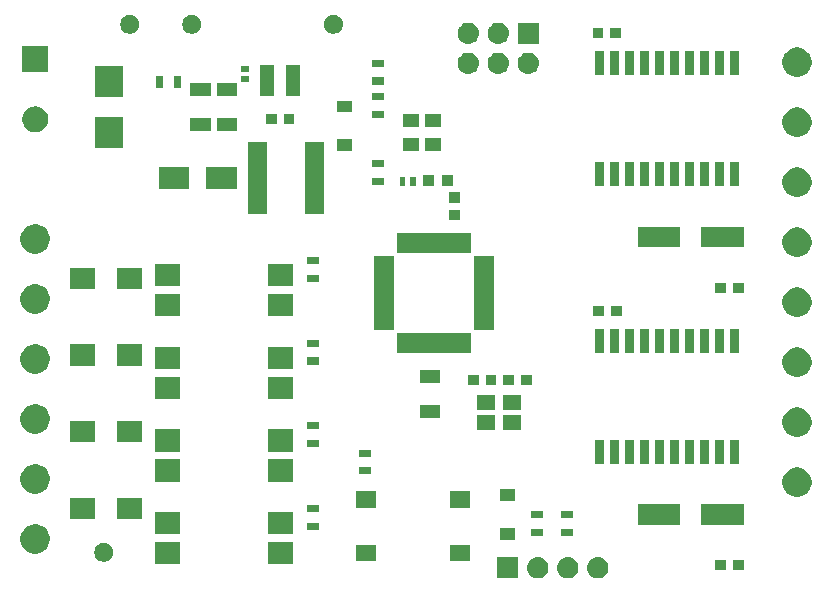
<source format=gbr>
G04 #@! TF.GenerationSoftware,KiCad,Pcbnew,(5.1.2)-2*
G04 #@! TF.CreationDate,2020-08-26T15:48:28-05:00*
G04 #@! TF.ProjectId,EDS-Relays,4544532d-5265-46c6-9179-732e6b696361,rev?*
G04 #@! TF.SameCoordinates,Original*
G04 #@! TF.FileFunction,Soldermask,Top*
G04 #@! TF.FilePolarity,Negative*
%FSLAX46Y46*%
G04 Gerber Fmt 4.6, Leading zero omitted, Abs format (unit mm)*
G04 Created by KiCad (PCBNEW (5.1.2)-2) date 2020-08-26 15:48:28*
%MOMM*%
%LPD*%
G04 APERTURE LIST*
%ADD10C,0.100000*%
G04 APERTURE END LIST*
D10*
G36*
X147901000Y-121401000D02*
G01*
X146099000Y-121401000D01*
X146099000Y-119599000D01*
X147901000Y-119599000D01*
X147901000Y-121401000D01*
X147901000Y-121401000D01*
G37*
G36*
X152190442Y-119605518D02*
G01*
X152256627Y-119612037D01*
X152426466Y-119663557D01*
X152582991Y-119747222D01*
X152618729Y-119776552D01*
X152720186Y-119859814D01*
X152795019Y-119951000D01*
X152832778Y-119997009D01*
X152916443Y-120153534D01*
X152967963Y-120323373D01*
X152985359Y-120500000D01*
X152967963Y-120676627D01*
X152916443Y-120846466D01*
X152832778Y-121002991D01*
X152803448Y-121038729D01*
X152720186Y-121140186D01*
X152618729Y-121223448D01*
X152582991Y-121252778D01*
X152426466Y-121336443D01*
X152256627Y-121387963D01*
X152190443Y-121394481D01*
X152124260Y-121401000D01*
X152035740Y-121401000D01*
X151969557Y-121394481D01*
X151903373Y-121387963D01*
X151733534Y-121336443D01*
X151577009Y-121252778D01*
X151541271Y-121223448D01*
X151439814Y-121140186D01*
X151356552Y-121038729D01*
X151327222Y-121002991D01*
X151243557Y-120846466D01*
X151192037Y-120676627D01*
X151174641Y-120500000D01*
X151192037Y-120323373D01*
X151243557Y-120153534D01*
X151327222Y-119997009D01*
X151364981Y-119951000D01*
X151439814Y-119859814D01*
X151541271Y-119776552D01*
X151577009Y-119747222D01*
X151733534Y-119663557D01*
X151903373Y-119612037D01*
X151969558Y-119605518D01*
X152035740Y-119599000D01*
X152124260Y-119599000D01*
X152190442Y-119605518D01*
X152190442Y-119605518D01*
G37*
G36*
X154730442Y-119605518D02*
G01*
X154796627Y-119612037D01*
X154966466Y-119663557D01*
X155122991Y-119747222D01*
X155158729Y-119776552D01*
X155260186Y-119859814D01*
X155335019Y-119951000D01*
X155372778Y-119997009D01*
X155456443Y-120153534D01*
X155507963Y-120323373D01*
X155525359Y-120500000D01*
X155507963Y-120676627D01*
X155456443Y-120846466D01*
X155372778Y-121002991D01*
X155343448Y-121038729D01*
X155260186Y-121140186D01*
X155158729Y-121223448D01*
X155122991Y-121252778D01*
X154966466Y-121336443D01*
X154796627Y-121387963D01*
X154730443Y-121394481D01*
X154664260Y-121401000D01*
X154575740Y-121401000D01*
X154509557Y-121394481D01*
X154443373Y-121387963D01*
X154273534Y-121336443D01*
X154117009Y-121252778D01*
X154081271Y-121223448D01*
X153979814Y-121140186D01*
X153896552Y-121038729D01*
X153867222Y-121002991D01*
X153783557Y-120846466D01*
X153732037Y-120676627D01*
X153714641Y-120500000D01*
X153732037Y-120323373D01*
X153783557Y-120153534D01*
X153867222Y-119997009D01*
X153904981Y-119951000D01*
X153979814Y-119859814D01*
X154081271Y-119776552D01*
X154117009Y-119747222D01*
X154273534Y-119663557D01*
X154443373Y-119612037D01*
X154509558Y-119605518D01*
X154575740Y-119599000D01*
X154664260Y-119599000D01*
X154730442Y-119605518D01*
X154730442Y-119605518D01*
G37*
G36*
X149650442Y-119605518D02*
G01*
X149716627Y-119612037D01*
X149886466Y-119663557D01*
X150042991Y-119747222D01*
X150078729Y-119776552D01*
X150180186Y-119859814D01*
X150255019Y-119951000D01*
X150292778Y-119997009D01*
X150376443Y-120153534D01*
X150427963Y-120323373D01*
X150445359Y-120500000D01*
X150427963Y-120676627D01*
X150376443Y-120846466D01*
X150292778Y-121002991D01*
X150263448Y-121038729D01*
X150180186Y-121140186D01*
X150078729Y-121223448D01*
X150042991Y-121252778D01*
X149886466Y-121336443D01*
X149716627Y-121387963D01*
X149650443Y-121394481D01*
X149584260Y-121401000D01*
X149495740Y-121401000D01*
X149429557Y-121394481D01*
X149363373Y-121387963D01*
X149193534Y-121336443D01*
X149037009Y-121252778D01*
X149001271Y-121223448D01*
X148899814Y-121140186D01*
X148816552Y-121038729D01*
X148787222Y-121002991D01*
X148703557Y-120846466D01*
X148652037Y-120676627D01*
X148634641Y-120500000D01*
X148652037Y-120323373D01*
X148703557Y-120153534D01*
X148787222Y-119997009D01*
X148824981Y-119951000D01*
X148899814Y-119859814D01*
X149001271Y-119776552D01*
X149037009Y-119747222D01*
X149193534Y-119663557D01*
X149363373Y-119612037D01*
X149429558Y-119605518D01*
X149495740Y-119599000D01*
X149584260Y-119599000D01*
X149650442Y-119605518D01*
X149650442Y-119605518D01*
G37*
G36*
X165501000Y-120726000D02*
G01*
X164599000Y-120726000D01*
X164599000Y-119874000D01*
X165501000Y-119874000D01*
X165501000Y-120726000D01*
X165501000Y-120726000D01*
G37*
G36*
X167001000Y-120726000D02*
G01*
X166099000Y-120726000D01*
X166099000Y-119874000D01*
X167001000Y-119874000D01*
X167001000Y-120726000D01*
X167001000Y-120726000D01*
G37*
G36*
X128816000Y-120211000D02*
G01*
X126714000Y-120211000D01*
X126714000Y-118329000D01*
X128816000Y-118329000D01*
X128816000Y-120211000D01*
X128816000Y-120211000D01*
G37*
G36*
X119286000Y-120211000D02*
G01*
X117184000Y-120211000D01*
X117184000Y-118329000D01*
X119286000Y-118329000D01*
X119286000Y-120211000D01*
X119286000Y-120211000D01*
G37*
G36*
X113033642Y-118429781D02*
G01*
X113179414Y-118490162D01*
X113179416Y-118490163D01*
X113310608Y-118577822D01*
X113422178Y-118689392D01*
X113509837Y-118820584D01*
X113509838Y-118820586D01*
X113570219Y-118966358D01*
X113601000Y-119121107D01*
X113601000Y-119278893D01*
X113570219Y-119433642D01*
X113509838Y-119579414D01*
X113509837Y-119579416D01*
X113422178Y-119710608D01*
X113310608Y-119822178D01*
X113179416Y-119909837D01*
X113179415Y-119909838D01*
X113179414Y-119909838D01*
X113033642Y-119970219D01*
X112878893Y-120001000D01*
X112721107Y-120001000D01*
X112566358Y-119970219D01*
X112420586Y-119909838D01*
X112420585Y-119909838D01*
X112420584Y-119909837D01*
X112289392Y-119822178D01*
X112177822Y-119710608D01*
X112090163Y-119579416D01*
X112090162Y-119579414D01*
X112029781Y-119433642D01*
X111999000Y-119278893D01*
X111999000Y-119121107D01*
X112029781Y-118966358D01*
X112090162Y-118820586D01*
X112090163Y-118820584D01*
X112177822Y-118689392D01*
X112289392Y-118577822D01*
X112420584Y-118490163D01*
X112420586Y-118490162D01*
X112566358Y-118429781D01*
X112721107Y-118399000D01*
X112878893Y-118399000D01*
X113033642Y-118429781D01*
X113033642Y-118429781D01*
G37*
G36*
X143801000Y-119951000D02*
G01*
X142149000Y-119951000D01*
X142149000Y-118549000D01*
X143801000Y-118549000D01*
X143801000Y-119951000D01*
X143801000Y-119951000D01*
G37*
G36*
X135851000Y-119951000D02*
G01*
X134199000Y-119951000D01*
X134199000Y-118549000D01*
X135851000Y-118549000D01*
X135851000Y-119951000D01*
X135851000Y-119951000D01*
G37*
G36*
X107364903Y-116867075D02*
G01*
X107592571Y-116961378D01*
X107797466Y-117098285D01*
X107971715Y-117272534D01*
X108108622Y-117477429D01*
X108202925Y-117705097D01*
X108251000Y-117946787D01*
X108251000Y-118193213D01*
X108202925Y-118434903D01*
X108108622Y-118662571D01*
X107971715Y-118867466D01*
X107797466Y-119041715D01*
X107592571Y-119178622D01*
X107592570Y-119178623D01*
X107592569Y-119178623D01*
X107364903Y-119272925D01*
X107123214Y-119321000D01*
X106876786Y-119321000D01*
X106635097Y-119272925D01*
X106407431Y-119178623D01*
X106407430Y-119178623D01*
X106407429Y-119178622D01*
X106202534Y-119041715D01*
X106028285Y-118867466D01*
X105891378Y-118662571D01*
X105797075Y-118434903D01*
X105749000Y-118193213D01*
X105749000Y-117946787D01*
X105797075Y-117705097D01*
X105891378Y-117477429D01*
X106028285Y-117272534D01*
X106202534Y-117098285D01*
X106407429Y-116961378D01*
X106635097Y-116867075D01*
X106876786Y-116819000D01*
X107123214Y-116819000D01*
X107364903Y-116867075D01*
X107364903Y-116867075D01*
G37*
G36*
X147651000Y-118151000D02*
G01*
X146349000Y-118151000D01*
X146349000Y-117149000D01*
X147651000Y-117149000D01*
X147651000Y-118151000D01*
X147651000Y-118151000D01*
G37*
G36*
X152501000Y-117801000D02*
G01*
X151499000Y-117801000D01*
X151499000Y-117199000D01*
X152501000Y-117199000D01*
X152501000Y-117801000D01*
X152501000Y-117801000D01*
G37*
G36*
X150001000Y-117801000D02*
G01*
X148999000Y-117801000D01*
X148999000Y-117199000D01*
X150001000Y-117199000D01*
X150001000Y-117801000D01*
X150001000Y-117801000D01*
G37*
G36*
X128816000Y-117671000D02*
G01*
X126714000Y-117671000D01*
X126714000Y-115789000D01*
X128816000Y-115789000D01*
X128816000Y-117671000D01*
X128816000Y-117671000D01*
G37*
G36*
X119286000Y-117671000D02*
G01*
X117184000Y-117671000D01*
X117184000Y-115789000D01*
X119286000Y-115789000D01*
X119286000Y-117671000D01*
X119286000Y-117671000D01*
G37*
G36*
X131001000Y-117301000D02*
G01*
X129999000Y-117301000D01*
X129999000Y-116699000D01*
X131001000Y-116699000D01*
X131001000Y-117301000D01*
X131001000Y-117301000D01*
G37*
G36*
X161601000Y-116851000D02*
G01*
X157999000Y-116851000D01*
X157999000Y-115149000D01*
X161601000Y-115149000D01*
X161601000Y-116851000D01*
X161601000Y-116851000D01*
G37*
G36*
X167001000Y-116851000D02*
G01*
X163399000Y-116851000D01*
X163399000Y-115149000D01*
X167001000Y-115149000D01*
X167001000Y-116851000D01*
X167001000Y-116851000D01*
G37*
G36*
X112051000Y-116401000D02*
G01*
X109949000Y-116401000D01*
X109949000Y-114599000D01*
X112051000Y-114599000D01*
X112051000Y-116401000D01*
X112051000Y-116401000D01*
G37*
G36*
X116051000Y-116401000D02*
G01*
X113949000Y-116401000D01*
X113949000Y-114599000D01*
X116051000Y-114599000D01*
X116051000Y-116401000D01*
X116051000Y-116401000D01*
G37*
G36*
X150001000Y-116301000D02*
G01*
X148999000Y-116301000D01*
X148999000Y-115699000D01*
X150001000Y-115699000D01*
X150001000Y-116301000D01*
X150001000Y-116301000D01*
G37*
G36*
X152501000Y-116301000D02*
G01*
X151499000Y-116301000D01*
X151499000Y-115699000D01*
X152501000Y-115699000D01*
X152501000Y-116301000D01*
X152501000Y-116301000D01*
G37*
G36*
X131001000Y-115801000D02*
G01*
X129999000Y-115801000D01*
X129999000Y-115199000D01*
X131001000Y-115199000D01*
X131001000Y-115801000D01*
X131001000Y-115801000D01*
G37*
G36*
X135851000Y-115451000D02*
G01*
X134199000Y-115451000D01*
X134199000Y-114049000D01*
X135851000Y-114049000D01*
X135851000Y-115451000D01*
X135851000Y-115451000D01*
G37*
G36*
X143801000Y-115451000D02*
G01*
X142149000Y-115451000D01*
X142149000Y-114049000D01*
X143801000Y-114049000D01*
X143801000Y-115451000D01*
X143801000Y-115451000D01*
G37*
G36*
X147651000Y-114851000D02*
G01*
X146349000Y-114851000D01*
X146349000Y-113849000D01*
X147651000Y-113849000D01*
X147651000Y-114851000D01*
X147651000Y-114851000D01*
G37*
G36*
X171864903Y-112057075D02*
G01*
X172092571Y-112151378D01*
X172297466Y-112288285D01*
X172471715Y-112462534D01*
X172608622Y-112667429D01*
X172702925Y-112895097D01*
X172751000Y-113136787D01*
X172751000Y-113383213D01*
X172702925Y-113624903D01*
X172608622Y-113852571D01*
X172471715Y-114057466D01*
X172297466Y-114231715D01*
X172092571Y-114368622D01*
X172092570Y-114368623D01*
X172092569Y-114368623D01*
X171864903Y-114462925D01*
X171623214Y-114511000D01*
X171376786Y-114511000D01*
X171135097Y-114462925D01*
X170907431Y-114368623D01*
X170907430Y-114368623D01*
X170907429Y-114368622D01*
X170702534Y-114231715D01*
X170528285Y-114057466D01*
X170391378Y-113852571D01*
X170297075Y-113624903D01*
X170249000Y-113383213D01*
X170249000Y-113136787D01*
X170297075Y-112895097D01*
X170391378Y-112667429D01*
X170528285Y-112462534D01*
X170702534Y-112288285D01*
X170907429Y-112151378D01*
X171135097Y-112057075D01*
X171376786Y-112009000D01*
X171623214Y-112009000D01*
X171864903Y-112057075D01*
X171864903Y-112057075D01*
G37*
G36*
X107364903Y-111787075D02*
G01*
X107592571Y-111881378D01*
X107797466Y-112018285D01*
X107971715Y-112192534D01*
X108108622Y-112397429D01*
X108202925Y-112625097D01*
X108251000Y-112866787D01*
X108251000Y-113113213D01*
X108202925Y-113354903D01*
X108108622Y-113582571D01*
X107971715Y-113787466D01*
X107797466Y-113961715D01*
X107592571Y-114098622D01*
X107592570Y-114098623D01*
X107592569Y-114098623D01*
X107364903Y-114192925D01*
X107123214Y-114241000D01*
X106876786Y-114241000D01*
X106635097Y-114192925D01*
X106407431Y-114098623D01*
X106407430Y-114098623D01*
X106407429Y-114098622D01*
X106202534Y-113961715D01*
X106028285Y-113787466D01*
X105891378Y-113582571D01*
X105797075Y-113354903D01*
X105749000Y-113113213D01*
X105749000Y-112866787D01*
X105797075Y-112625097D01*
X105891378Y-112397429D01*
X106028285Y-112192534D01*
X106202534Y-112018285D01*
X106407429Y-111881378D01*
X106635097Y-111787075D01*
X106876786Y-111739000D01*
X107123214Y-111739000D01*
X107364903Y-111787075D01*
X107364903Y-111787075D01*
G37*
G36*
X119286000Y-113211000D02*
G01*
X117184000Y-113211000D01*
X117184000Y-111329000D01*
X119286000Y-111329000D01*
X119286000Y-113211000D01*
X119286000Y-113211000D01*
G37*
G36*
X128816000Y-113211000D02*
G01*
X126714000Y-113211000D01*
X126714000Y-111329000D01*
X128816000Y-111329000D01*
X128816000Y-113211000D01*
X128816000Y-113211000D01*
G37*
G36*
X135401000Y-112601000D02*
G01*
X134399000Y-112601000D01*
X134399000Y-111999000D01*
X135401000Y-111999000D01*
X135401000Y-112601000D01*
X135401000Y-112601000D01*
G37*
G36*
X162756000Y-111726000D02*
G01*
X162054000Y-111726000D01*
X162054000Y-109674000D01*
X162756000Y-109674000D01*
X162756000Y-111726000D01*
X162756000Y-111726000D01*
G37*
G36*
X160216000Y-111726000D02*
G01*
X159514000Y-111726000D01*
X159514000Y-109674000D01*
X160216000Y-109674000D01*
X160216000Y-111726000D01*
X160216000Y-111726000D01*
G37*
G36*
X158946000Y-111726000D02*
G01*
X158244000Y-111726000D01*
X158244000Y-109674000D01*
X158946000Y-109674000D01*
X158946000Y-111726000D01*
X158946000Y-111726000D01*
G37*
G36*
X157676000Y-111726000D02*
G01*
X156974000Y-111726000D01*
X156974000Y-109674000D01*
X157676000Y-109674000D01*
X157676000Y-111726000D01*
X157676000Y-111726000D01*
G37*
G36*
X156406000Y-111726000D02*
G01*
X155704000Y-111726000D01*
X155704000Y-109674000D01*
X156406000Y-109674000D01*
X156406000Y-111726000D01*
X156406000Y-111726000D01*
G37*
G36*
X155136000Y-111726000D02*
G01*
X154434000Y-111726000D01*
X154434000Y-109674000D01*
X155136000Y-109674000D01*
X155136000Y-111726000D01*
X155136000Y-111726000D01*
G37*
G36*
X161486000Y-111726000D02*
G01*
X160784000Y-111726000D01*
X160784000Y-109674000D01*
X161486000Y-109674000D01*
X161486000Y-111726000D01*
X161486000Y-111726000D01*
G37*
G36*
X164026000Y-111726000D02*
G01*
X163324000Y-111726000D01*
X163324000Y-109674000D01*
X164026000Y-109674000D01*
X164026000Y-111726000D01*
X164026000Y-111726000D01*
G37*
G36*
X165296000Y-111726000D02*
G01*
X164594000Y-111726000D01*
X164594000Y-109674000D01*
X165296000Y-109674000D01*
X165296000Y-111726000D01*
X165296000Y-111726000D01*
G37*
G36*
X166566000Y-111726000D02*
G01*
X165864000Y-111726000D01*
X165864000Y-109674000D01*
X166566000Y-109674000D01*
X166566000Y-111726000D01*
X166566000Y-111726000D01*
G37*
G36*
X135401000Y-111101000D02*
G01*
X134399000Y-111101000D01*
X134399000Y-110499000D01*
X135401000Y-110499000D01*
X135401000Y-111101000D01*
X135401000Y-111101000D01*
G37*
G36*
X128816000Y-110671000D02*
G01*
X126714000Y-110671000D01*
X126714000Y-108789000D01*
X128816000Y-108789000D01*
X128816000Y-110671000D01*
X128816000Y-110671000D01*
G37*
G36*
X119286000Y-110671000D02*
G01*
X117184000Y-110671000D01*
X117184000Y-108789000D01*
X119286000Y-108789000D01*
X119286000Y-110671000D01*
X119286000Y-110671000D01*
G37*
G36*
X131001000Y-110301000D02*
G01*
X129999000Y-110301000D01*
X129999000Y-109699000D01*
X131001000Y-109699000D01*
X131001000Y-110301000D01*
X131001000Y-110301000D01*
G37*
G36*
X116051000Y-109901000D02*
G01*
X113949000Y-109901000D01*
X113949000Y-108099000D01*
X116051000Y-108099000D01*
X116051000Y-109901000D01*
X116051000Y-109901000D01*
G37*
G36*
X112051000Y-109901000D02*
G01*
X109949000Y-109901000D01*
X109949000Y-108099000D01*
X112051000Y-108099000D01*
X112051000Y-109901000D01*
X112051000Y-109901000D01*
G37*
G36*
X171864903Y-106977075D02*
G01*
X172092571Y-107071378D01*
X172297466Y-107208285D01*
X172471715Y-107382534D01*
X172608622Y-107587429D01*
X172702925Y-107815097D01*
X172751000Y-108056787D01*
X172751000Y-108303213D01*
X172702925Y-108544903D01*
X172608622Y-108772571D01*
X172471715Y-108977466D01*
X172297466Y-109151715D01*
X172092571Y-109288622D01*
X172092570Y-109288623D01*
X172092569Y-109288623D01*
X171864903Y-109382925D01*
X171623214Y-109431000D01*
X171376786Y-109431000D01*
X171135097Y-109382925D01*
X170907431Y-109288623D01*
X170907430Y-109288623D01*
X170907429Y-109288622D01*
X170702534Y-109151715D01*
X170528285Y-108977466D01*
X170391378Y-108772571D01*
X170297075Y-108544903D01*
X170249000Y-108303213D01*
X170249000Y-108056787D01*
X170297075Y-107815097D01*
X170391378Y-107587429D01*
X170528285Y-107382534D01*
X170702534Y-107208285D01*
X170907429Y-107071378D01*
X171135097Y-106977075D01*
X171376786Y-106929000D01*
X171623214Y-106929000D01*
X171864903Y-106977075D01*
X171864903Y-106977075D01*
G37*
G36*
X107364903Y-106707075D02*
G01*
X107592571Y-106801378D01*
X107797466Y-106938285D01*
X107971715Y-107112534D01*
X108108622Y-107317429D01*
X108202925Y-107545097D01*
X108251000Y-107786787D01*
X108251000Y-108033213D01*
X108202925Y-108274903D01*
X108108622Y-108502571D01*
X107971715Y-108707466D01*
X107797466Y-108881715D01*
X107592571Y-109018622D01*
X107592570Y-109018623D01*
X107592569Y-109018623D01*
X107364903Y-109112925D01*
X107123214Y-109161000D01*
X106876786Y-109161000D01*
X106635097Y-109112925D01*
X106407431Y-109018623D01*
X106407430Y-109018623D01*
X106407429Y-109018622D01*
X106202534Y-108881715D01*
X106028285Y-108707466D01*
X105891378Y-108502571D01*
X105797075Y-108274903D01*
X105749000Y-108033213D01*
X105749000Y-107786787D01*
X105797075Y-107545097D01*
X105891378Y-107317429D01*
X106028285Y-107112534D01*
X106202534Y-106938285D01*
X106407429Y-106801378D01*
X106635097Y-106707075D01*
X106876786Y-106659000D01*
X107123214Y-106659000D01*
X107364903Y-106707075D01*
X107364903Y-106707075D01*
G37*
G36*
X148151000Y-108851000D02*
G01*
X146649000Y-108851000D01*
X146649000Y-107549000D01*
X148151000Y-107549000D01*
X148151000Y-108851000D01*
X148151000Y-108851000D01*
G37*
G36*
X145951000Y-108851000D02*
G01*
X144449000Y-108851000D01*
X144449000Y-107549000D01*
X145951000Y-107549000D01*
X145951000Y-108851000D01*
X145951000Y-108851000D01*
G37*
G36*
X131001000Y-108801000D02*
G01*
X129999000Y-108801000D01*
X129999000Y-108199000D01*
X131001000Y-108199000D01*
X131001000Y-108801000D01*
X131001000Y-108801000D01*
G37*
G36*
X141251000Y-107851000D02*
G01*
X139549000Y-107851000D01*
X139549000Y-106749000D01*
X141251000Y-106749000D01*
X141251000Y-107851000D01*
X141251000Y-107851000D01*
G37*
G36*
X148151000Y-107151000D02*
G01*
X146649000Y-107151000D01*
X146649000Y-105849000D01*
X148151000Y-105849000D01*
X148151000Y-107151000D01*
X148151000Y-107151000D01*
G37*
G36*
X145951000Y-107151000D02*
G01*
X144449000Y-107151000D01*
X144449000Y-105849000D01*
X145951000Y-105849000D01*
X145951000Y-107151000D01*
X145951000Y-107151000D01*
G37*
G36*
X128816000Y-106211000D02*
G01*
X126714000Y-106211000D01*
X126714000Y-104329000D01*
X128816000Y-104329000D01*
X128816000Y-106211000D01*
X128816000Y-106211000D01*
G37*
G36*
X119286000Y-106211000D02*
G01*
X117184000Y-106211000D01*
X117184000Y-104329000D01*
X119286000Y-104329000D01*
X119286000Y-106211000D01*
X119286000Y-106211000D01*
G37*
G36*
X149051000Y-105076000D02*
G01*
X148149000Y-105076000D01*
X148149000Y-104224000D01*
X149051000Y-104224000D01*
X149051000Y-105076000D01*
X149051000Y-105076000D01*
G37*
G36*
X146051000Y-105076000D02*
G01*
X145149000Y-105076000D01*
X145149000Y-104224000D01*
X146051000Y-104224000D01*
X146051000Y-105076000D01*
X146051000Y-105076000D01*
G37*
G36*
X144551000Y-105076000D02*
G01*
X143649000Y-105076000D01*
X143649000Y-104224000D01*
X144551000Y-104224000D01*
X144551000Y-105076000D01*
X144551000Y-105076000D01*
G37*
G36*
X147551000Y-105076000D02*
G01*
X146649000Y-105076000D01*
X146649000Y-104224000D01*
X147551000Y-104224000D01*
X147551000Y-105076000D01*
X147551000Y-105076000D01*
G37*
G36*
X141251000Y-104851000D02*
G01*
X139549000Y-104851000D01*
X139549000Y-103749000D01*
X141251000Y-103749000D01*
X141251000Y-104851000D01*
X141251000Y-104851000D01*
G37*
G36*
X171864903Y-101897075D02*
G01*
X172092571Y-101991378D01*
X172297466Y-102128285D01*
X172471715Y-102302534D01*
X172608622Y-102507429D01*
X172702925Y-102735097D01*
X172751000Y-102976787D01*
X172751000Y-103223213D01*
X172702925Y-103464903D01*
X172608622Y-103692571D01*
X172471715Y-103897466D01*
X172297466Y-104071715D01*
X172092571Y-104208622D01*
X172092570Y-104208623D01*
X172092569Y-104208623D01*
X171864903Y-104302925D01*
X171623214Y-104351000D01*
X171376786Y-104351000D01*
X171135097Y-104302925D01*
X170907431Y-104208623D01*
X170907430Y-104208623D01*
X170907429Y-104208622D01*
X170702534Y-104071715D01*
X170528285Y-103897466D01*
X170391378Y-103692571D01*
X170297075Y-103464903D01*
X170249000Y-103223213D01*
X170249000Y-102976787D01*
X170297075Y-102735097D01*
X170391378Y-102507429D01*
X170528285Y-102302534D01*
X170702534Y-102128285D01*
X170907429Y-101991378D01*
X171135097Y-101897075D01*
X171376786Y-101849000D01*
X171623214Y-101849000D01*
X171864903Y-101897075D01*
X171864903Y-101897075D01*
G37*
G36*
X107364903Y-101627075D02*
G01*
X107592571Y-101721378D01*
X107797466Y-101858285D01*
X107971715Y-102032534D01*
X108108622Y-102237429D01*
X108202925Y-102465097D01*
X108251000Y-102706787D01*
X108251000Y-102953213D01*
X108202925Y-103194903D01*
X108108622Y-103422571D01*
X107971715Y-103627466D01*
X107797466Y-103801715D01*
X107592571Y-103938622D01*
X107592570Y-103938623D01*
X107592569Y-103938623D01*
X107364903Y-104032925D01*
X107123214Y-104081000D01*
X106876786Y-104081000D01*
X106635097Y-104032925D01*
X106407431Y-103938623D01*
X106407430Y-103938623D01*
X106407429Y-103938622D01*
X106202534Y-103801715D01*
X106028285Y-103627466D01*
X105891378Y-103422571D01*
X105797075Y-103194903D01*
X105749000Y-102953213D01*
X105749000Y-102706787D01*
X105797075Y-102465097D01*
X105891378Y-102237429D01*
X106028285Y-102032534D01*
X106202534Y-101858285D01*
X106407429Y-101721378D01*
X106635097Y-101627075D01*
X106876786Y-101579000D01*
X107123214Y-101579000D01*
X107364903Y-101627075D01*
X107364903Y-101627075D01*
G37*
G36*
X119286000Y-103671000D02*
G01*
X117184000Y-103671000D01*
X117184000Y-101789000D01*
X119286000Y-101789000D01*
X119286000Y-103671000D01*
X119286000Y-103671000D01*
G37*
G36*
X128816000Y-103671000D02*
G01*
X126714000Y-103671000D01*
X126714000Y-101789000D01*
X128816000Y-101789000D01*
X128816000Y-103671000D01*
X128816000Y-103671000D01*
G37*
G36*
X112051000Y-103401000D02*
G01*
X109949000Y-103401000D01*
X109949000Y-101599000D01*
X112051000Y-101599000D01*
X112051000Y-103401000D01*
X112051000Y-103401000D01*
G37*
G36*
X116051000Y-103401000D02*
G01*
X113949000Y-103401000D01*
X113949000Y-101599000D01*
X116051000Y-101599000D01*
X116051000Y-103401000D01*
X116051000Y-103401000D01*
G37*
G36*
X131001000Y-103301000D02*
G01*
X129999000Y-103301000D01*
X129999000Y-102699000D01*
X131001000Y-102699000D01*
X131001000Y-103301000D01*
X131001000Y-103301000D01*
G37*
G36*
X143876000Y-102351000D02*
G01*
X137624000Y-102351000D01*
X137624000Y-100649000D01*
X143876000Y-100649000D01*
X143876000Y-102351000D01*
X143876000Y-102351000D01*
G37*
G36*
X156406000Y-102326000D02*
G01*
X155704000Y-102326000D01*
X155704000Y-100274000D01*
X156406000Y-100274000D01*
X156406000Y-102326000D01*
X156406000Y-102326000D01*
G37*
G36*
X165296000Y-102326000D02*
G01*
X164594000Y-102326000D01*
X164594000Y-100274000D01*
X165296000Y-100274000D01*
X165296000Y-102326000D01*
X165296000Y-102326000D01*
G37*
G36*
X155136000Y-102326000D02*
G01*
X154434000Y-102326000D01*
X154434000Y-100274000D01*
X155136000Y-100274000D01*
X155136000Y-102326000D01*
X155136000Y-102326000D01*
G37*
G36*
X157676000Y-102326000D02*
G01*
X156974000Y-102326000D01*
X156974000Y-100274000D01*
X157676000Y-100274000D01*
X157676000Y-102326000D01*
X157676000Y-102326000D01*
G37*
G36*
X158946000Y-102326000D02*
G01*
X158244000Y-102326000D01*
X158244000Y-100274000D01*
X158946000Y-100274000D01*
X158946000Y-102326000D01*
X158946000Y-102326000D01*
G37*
G36*
X160216000Y-102326000D02*
G01*
X159514000Y-102326000D01*
X159514000Y-100274000D01*
X160216000Y-100274000D01*
X160216000Y-102326000D01*
X160216000Y-102326000D01*
G37*
G36*
X161486000Y-102326000D02*
G01*
X160784000Y-102326000D01*
X160784000Y-100274000D01*
X161486000Y-100274000D01*
X161486000Y-102326000D01*
X161486000Y-102326000D01*
G37*
G36*
X162756000Y-102326000D02*
G01*
X162054000Y-102326000D01*
X162054000Y-100274000D01*
X162756000Y-100274000D01*
X162756000Y-102326000D01*
X162756000Y-102326000D01*
G37*
G36*
X166566000Y-102326000D02*
G01*
X165864000Y-102326000D01*
X165864000Y-100274000D01*
X166566000Y-100274000D01*
X166566000Y-102326000D01*
X166566000Y-102326000D01*
G37*
G36*
X164026000Y-102326000D02*
G01*
X163324000Y-102326000D01*
X163324000Y-100274000D01*
X164026000Y-100274000D01*
X164026000Y-102326000D01*
X164026000Y-102326000D01*
G37*
G36*
X131001000Y-101801000D02*
G01*
X129999000Y-101801000D01*
X129999000Y-101199000D01*
X131001000Y-101199000D01*
X131001000Y-101801000D01*
X131001000Y-101801000D01*
G37*
G36*
X137351000Y-100376000D02*
G01*
X135649000Y-100376000D01*
X135649000Y-94124000D01*
X137351000Y-94124000D01*
X137351000Y-100376000D01*
X137351000Y-100376000D01*
G37*
G36*
X145851000Y-100376000D02*
G01*
X144149000Y-100376000D01*
X144149000Y-94124000D01*
X145851000Y-94124000D01*
X145851000Y-100376000D01*
X145851000Y-100376000D01*
G37*
G36*
X171864903Y-96817075D02*
G01*
X172067517Y-96901000D01*
X172092571Y-96911378D01*
X172297466Y-97048285D01*
X172471715Y-97222534D01*
X172608622Y-97427429D01*
X172702925Y-97655097D01*
X172751000Y-97896787D01*
X172751000Y-98143213D01*
X172702925Y-98384903D01*
X172608622Y-98612571D01*
X172471715Y-98817466D01*
X172297466Y-98991715D01*
X172092571Y-99128622D01*
X172092570Y-99128623D01*
X172092569Y-99128623D01*
X171864903Y-99222925D01*
X171623214Y-99271000D01*
X171376786Y-99271000D01*
X171135097Y-99222925D01*
X170907431Y-99128623D01*
X170907430Y-99128623D01*
X170907429Y-99128622D01*
X170702534Y-98991715D01*
X170528285Y-98817466D01*
X170391378Y-98612571D01*
X170297075Y-98384903D01*
X170249000Y-98143213D01*
X170249000Y-97896787D01*
X170297075Y-97655097D01*
X170391378Y-97427429D01*
X170528285Y-97222534D01*
X170702534Y-97048285D01*
X170907429Y-96911378D01*
X170932484Y-96901000D01*
X171135097Y-96817075D01*
X171376786Y-96769000D01*
X171623214Y-96769000D01*
X171864903Y-96817075D01*
X171864903Y-96817075D01*
G37*
G36*
X119286000Y-99211000D02*
G01*
X117184000Y-99211000D01*
X117184000Y-97329000D01*
X119286000Y-97329000D01*
X119286000Y-99211000D01*
X119286000Y-99211000D01*
G37*
G36*
X128816000Y-99211000D02*
G01*
X126714000Y-99211000D01*
X126714000Y-97329000D01*
X128816000Y-97329000D01*
X128816000Y-99211000D01*
X128816000Y-99211000D01*
G37*
G36*
X156651000Y-99176000D02*
G01*
X155749000Y-99176000D01*
X155749000Y-98324000D01*
X156651000Y-98324000D01*
X156651000Y-99176000D01*
X156651000Y-99176000D01*
G37*
G36*
X155151000Y-99176000D02*
G01*
X154249000Y-99176000D01*
X154249000Y-98324000D01*
X155151000Y-98324000D01*
X155151000Y-99176000D01*
X155151000Y-99176000D01*
G37*
G36*
X107248897Y-96524000D02*
G01*
X107364903Y-96547075D01*
X107592571Y-96641378D01*
X107797466Y-96778285D01*
X107971715Y-96952534D01*
X107971716Y-96952536D01*
X108108623Y-97157431D01*
X108202925Y-97385097D01*
X108251000Y-97626786D01*
X108251000Y-97873214D01*
X108202925Y-98114903D01*
X108116315Y-98324000D01*
X108108622Y-98342571D01*
X107971715Y-98547466D01*
X107797466Y-98721715D01*
X107592571Y-98858622D01*
X107592570Y-98858623D01*
X107592569Y-98858623D01*
X107364903Y-98952925D01*
X107123214Y-99001000D01*
X106876786Y-99001000D01*
X106635097Y-98952925D01*
X106407431Y-98858623D01*
X106407430Y-98858623D01*
X106407429Y-98858622D01*
X106202534Y-98721715D01*
X106028285Y-98547466D01*
X105891378Y-98342571D01*
X105883686Y-98324000D01*
X105797075Y-98114903D01*
X105749000Y-97873214D01*
X105749000Y-97626786D01*
X105797075Y-97385097D01*
X105891377Y-97157431D01*
X106028284Y-96952536D01*
X106028285Y-96952534D01*
X106202534Y-96778285D01*
X106407429Y-96641378D01*
X106635097Y-96547075D01*
X106751103Y-96524000D01*
X106876786Y-96499000D01*
X107123214Y-96499000D01*
X107248897Y-96524000D01*
X107248897Y-96524000D01*
G37*
G36*
X165501000Y-97276000D02*
G01*
X164599000Y-97276000D01*
X164599000Y-96424000D01*
X165501000Y-96424000D01*
X165501000Y-97276000D01*
X165501000Y-97276000D01*
G37*
G36*
X167001000Y-97276000D02*
G01*
X166099000Y-97276000D01*
X166099000Y-96424000D01*
X167001000Y-96424000D01*
X167001000Y-97276000D01*
X167001000Y-97276000D01*
G37*
G36*
X116051000Y-96901000D02*
G01*
X113949000Y-96901000D01*
X113949000Y-95099000D01*
X116051000Y-95099000D01*
X116051000Y-96901000D01*
X116051000Y-96901000D01*
G37*
G36*
X112051000Y-96901000D02*
G01*
X109949000Y-96901000D01*
X109949000Y-95099000D01*
X112051000Y-95099000D01*
X112051000Y-96901000D01*
X112051000Y-96901000D01*
G37*
G36*
X128816000Y-96671000D02*
G01*
X126714000Y-96671000D01*
X126714000Y-94789000D01*
X128816000Y-94789000D01*
X128816000Y-96671000D01*
X128816000Y-96671000D01*
G37*
G36*
X119286000Y-96671000D02*
G01*
X117184000Y-96671000D01*
X117184000Y-94789000D01*
X119286000Y-94789000D01*
X119286000Y-96671000D01*
X119286000Y-96671000D01*
G37*
G36*
X131001000Y-96301000D02*
G01*
X129999000Y-96301000D01*
X129999000Y-95699000D01*
X131001000Y-95699000D01*
X131001000Y-96301000D01*
X131001000Y-96301000D01*
G37*
G36*
X131001000Y-94801000D02*
G01*
X129999000Y-94801000D01*
X129999000Y-94199000D01*
X131001000Y-94199000D01*
X131001000Y-94801000D01*
X131001000Y-94801000D01*
G37*
G36*
X171864903Y-91737075D02*
G01*
X172092571Y-91831378D01*
X172297466Y-91968285D01*
X172471715Y-92142534D01*
X172608622Y-92347429D01*
X172702925Y-92575097D01*
X172751000Y-92816787D01*
X172751000Y-93063213D01*
X172702925Y-93304903D01*
X172608622Y-93532571D01*
X172471715Y-93737466D01*
X172297466Y-93911715D01*
X172092571Y-94048622D01*
X172092570Y-94048623D01*
X172092569Y-94048623D01*
X171864903Y-94142925D01*
X171623214Y-94191000D01*
X171376786Y-94191000D01*
X171135097Y-94142925D01*
X170907431Y-94048623D01*
X170907430Y-94048623D01*
X170907429Y-94048622D01*
X170702534Y-93911715D01*
X170528285Y-93737466D01*
X170391378Y-93532571D01*
X170297075Y-93304903D01*
X170249000Y-93063213D01*
X170249000Y-92816787D01*
X170297075Y-92575097D01*
X170391378Y-92347429D01*
X170528285Y-92142534D01*
X170702534Y-91968285D01*
X170907429Y-91831378D01*
X171135097Y-91737075D01*
X171376786Y-91689000D01*
X171623214Y-91689000D01*
X171864903Y-91737075D01*
X171864903Y-91737075D01*
G37*
G36*
X107364903Y-91467075D02*
G01*
X107592571Y-91561378D01*
X107797466Y-91698285D01*
X107971715Y-91872534D01*
X108108622Y-92077429D01*
X108202925Y-92305097D01*
X108251000Y-92546787D01*
X108251000Y-92793213D01*
X108202925Y-93034903D01*
X108108622Y-93262571D01*
X107971715Y-93467466D01*
X107797466Y-93641715D01*
X107592571Y-93778622D01*
X107592570Y-93778623D01*
X107592569Y-93778623D01*
X107364903Y-93872925D01*
X107123214Y-93921000D01*
X106876786Y-93921000D01*
X106635097Y-93872925D01*
X106407431Y-93778623D01*
X106407430Y-93778623D01*
X106407429Y-93778622D01*
X106202534Y-93641715D01*
X106028285Y-93467466D01*
X105891378Y-93262571D01*
X105797075Y-93034903D01*
X105749000Y-92793213D01*
X105749000Y-92546787D01*
X105797075Y-92305097D01*
X105891378Y-92077429D01*
X106028285Y-91872534D01*
X106202534Y-91698285D01*
X106407429Y-91561378D01*
X106635097Y-91467075D01*
X106876786Y-91419000D01*
X107123214Y-91419000D01*
X107364903Y-91467075D01*
X107364903Y-91467075D01*
G37*
G36*
X143876000Y-93851000D02*
G01*
X137624000Y-93851000D01*
X137624000Y-92149000D01*
X143876000Y-92149000D01*
X143876000Y-93851000D01*
X143876000Y-93851000D01*
G37*
G36*
X161601000Y-93351000D02*
G01*
X157999000Y-93351000D01*
X157999000Y-91649000D01*
X161601000Y-91649000D01*
X161601000Y-93351000D01*
X161601000Y-93351000D01*
G37*
G36*
X167001000Y-93351000D02*
G01*
X163399000Y-93351000D01*
X163399000Y-91649000D01*
X167001000Y-91649000D01*
X167001000Y-93351000D01*
X167001000Y-93351000D01*
G37*
G36*
X142926000Y-91101000D02*
G01*
X142074000Y-91101000D01*
X142074000Y-90199000D01*
X142926000Y-90199000D01*
X142926000Y-91101000D01*
X142926000Y-91101000D01*
G37*
G36*
X126638000Y-90551000D02*
G01*
X125012000Y-90551000D01*
X125012000Y-84449000D01*
X126638000Y-84449000D01*
X126638000Y-90551000D01*
X126638000Y-90551000D01*
G37*
G36*
X131488000Y-90551000D02*
G01*
X129862000Y-90551000D01*
X129862000Y-84449000D01*
X131488000Y-84449000D01*
X131488000Y-90551000D01*
X131488000Y-90551000D01*
G37*
G36*
X142926000Y-89601000D02*
G01*
X142074000Y-89601000D01*
X142074000Y-88699000D01*
X142926000Y-88699000D01*
X142926000Y-89601000D01*
X142926000Y-89601000D01*
G37*
G36*
X171864903Y-86657075D02*
G01*
X172092571Y-86751378D01*
X172297466Y-86888285D01*
X172471715Y-87062534D01*
X172608622Y-87267429D01*
X172702925Y-87495097D01*
X172751000Y-87736787D01*
X172751000Y-87983213D01*
X172702925Y-88224903D01*
X172608622Y-88452571D01*
X172471715Y-88657466D01*
X172297466Y-88831715D01*
X172092571Y-88968622D01*
X172092570Y-88968623D01*
X172092569Y-88968623D01*
X171864903Y-89062925D01*
X171623214Y-89111000D01*
X171376786Y-89111000D01*
X171135097Y-89062925D01*
X170907431Y-88968623D01*
X170907430Y-88968623D01*
X170907429Y-88968622D01*
X170702534Y-88831715D01*
X170528285Y-88657466D01*
X170391378Y-88452571D01*
X170297075Y-88224903D01*
X170249000Y-87983213D01*
X170249000Y-87736787D01*
X170297075Y-87495097D01*
X170391378Y-87267429D01*
X170528285Y-87062534D01*
X170702534Y-86888285D01*
X170907429Y-86751378D01*
X171135097Y-86657075D01*
X171376786Y-86609000D01*
X171623214Y-86609000D01*
X171864903Y-86657075D01*
X171864903Y-86657075D01*
G37*
G36*
X120051000Y-88451000D02*
G01*
X117449000Y-88451000D01*
X117449000Y-86549000D01*
X120051000Y-86549000D01*
X120051000Y-88451000D01*
X120051000Y-88451000D01*
G37*
G36*
X124051000Y-88451000D02*
G01*
X121449000Y-88451000D01*
X121449000Y-86549000D01*
X124051000Y-86549000D01*
X124051000Y-88451000D01*
X124051000Y-88451000D01*
G37*
G36*
X155136000Y-88226000D02*
G01*
X154434000Y-88226000D01*
X154434000Y-86174000D01*
X155136000Y-86174000D01*
X155136000Y-88226000D01*
X155136000Y-88226000D01*
G37*
G36*
X165296000Y-88226000D02*
G01*
X164594000Y-88226000D01*
X164594000Y-86174000D01*
X165296000Y-86174000D01*
X165296000Y-88226000D01*
X165296000Y-88226000D01*
G37*
G36*
X166566000Y-88226000D02*
G01*
X165864000Y-88226000D01*
X165864000Y-86174000D01*
X166566000Y-86174000D01*
X166566000Y-88226000D01*
X166566000Y-88226000D01*
G37*
G36*
X162756000Y-88226000D02*
G01*
X162054000Y-88226000D01*
X162054000Y-86174000D01*
X162756000Y-86174000D01*
X162756000Y-88226000D01*
X162756000Y-88226000D01*
G37*
G36*
X161486000Y-88226000D02*
G01*
X160784000Y-88226000D01*
X160784000Y-86174000D01*
X161486000Y-86174000D01*
X161486000Y-88226000D01*
X161486000Y-88226000D01*
G37*
G36*
X158946000Y-88226000D02*
G01*
X158244000Y-88226000D01*
X158244000Y-86174000D01*
X158946000Y-86174000D01*
X158946000Y-88226000D01*
X158946000Y-88226000D01*
G37*
G36*
X156406000Y-88226000D02*
G01*
X155704000Y-88226000D01*
X155704000Y-86174000D01*
X156406000Y-86174000D01*
X156406000Y-88226000D01*
X156406000Y-88226000D01*
G37*
G36*
X157676000Y-88226000D02*
G01*
X156974000Y-88226000D01*
X156974000Y-86174000D01*
X157676000Y-86174000D01*
X157676000Y-88226000D01*
X157676000Y-88226000D01*
G37*
G36*
X164026000Y-88226000D02*
G01*
X163324000Y-88226000D01*
X163324000Y-86174000D01*
X164026000Y-86174000D01*
X164026000Y-88226000D01*
X164026000Y-88226000D01*
G37*
G36*
X160216000Y-88226000D02*
G01*
X159514000Y-88226000D01*
X159514000Y-86174000D01*
X160216000Y-86174000D01*
X160216000Y-88226000D01*
X160216000Y-88226000D01*
G37*
G36*
X139251000Y-88151000D02*
G01*
X138749000Y-88151000D01*
X138749000Y-87449000D01*
X139251000Y-87449000D01*
X139251000Y-88151000D01*
X139251000Y-88151000D01*
G37*
G36*
X138351000Y-88151000D02*
G01*
X137849000Y-88151000D01*
X137849000Y-87449000D01*
X138351000Y-87449000D01*
X138351000Y-88151000D01*
X138351000Y-88151000D01*
G37*
G36*
X140751000Y-88151000D02*
G01*
X139849000Y-88151000D01*
X139849000Y-87249000D01*
X140751000Y-87249000D01*
X140751000Y-88151000D01*
X140751000Y-88151000D01*
G37*
G36*
X142351000Y-88151000D02*
G01*
X141449000Y-88151000D01*
X141449000Y-87249000D01*
X142351000Y-87249000D01*
X142351000Y-88151000D01*
X142351000Y-88151000D01*
G37*
G36*
X136501000Y-88101000D02*
G01*
X135499000Y-88101000D01*
X135499000Y-87499000D01*
X136501000Y-87499000D01*
X136501000Y-88101000D01*
X136501000Y-88101000D01*
G37*
G36*
X136501000Y-86601000D02*
G01*
X135499000Y-86601000D01*
X135499000Y-85999000D01*
X136501000Y-85999000D01*
X136501000Y-86601000D01*
X136501000Y-86601000D01*
G37*
G36*
X133851000Y-85251000D02*
G01*
X132549000Y-85251000D01*
X132549000Y-84249000D01*
X133851000Y-84249000D01*
X133851000Y-85251000D01*
X133851000Y-85251000D01*
G37*
G36*
X139476000Y-85201000D02*
G01*
X138124000Y-85201000D01*
X138124000Y-84099000D01*
X139476000Y-84099000D01*
X139476000Y-85201000D01*
X139476000Y-85201000D01*
G37*
G36*
X141346001Y-85201000D02*
G01*
X139994001Y-85201000D01*
X139994001Y-84099000D01*
X141346001Y-84099000D01*
X141346001Y-85201000D01*
X141346001Y-85201000D01*
G37*
G36*
X114451000Y-84951000D02*
G01*
X112049000Y-84951000D01*
X112049000Y-82349000D01*
X114451000Y-82349000D01*
X114451000Y-84951000D01*
X114451000Y-84951000D01*
G37*
G36*
X171800714Y-81564307D02*
G01*
X171864903Y-81577075D01*
X172092571Y-81671378D01*
X172297466Y-81808285D01*
X172471715Y-81982534D01*
X172471716Y-81982536D01*
X172608623Y-82187431D01*
X172702925Y-82415097D01*
X172751000Y-82656786D01*
X172751000Y-82903214D01*
X172719511Y-83061519D01*
X172702925Y-83144903D01*
X172608622Y-83372571D01*
X172471715Y-83577466D01*
X172297466Y-83751715D01*
X172092571Y-83888622D01*
X172092570Y-83888623D01*
X172092569Y-83888623D01*
X171864903Y-83982925D01*
X171623214Y-84031000D01*
X171376786Y-84031000D01*
X171135097Y-83982925D01*
X170907431Y-83888623D01*
X170907430Y-83888623D01*
X170907429Y-83888622D01*
X170702534Y-83751715D01*
X170528285Y-83577466D01*
X170391378Y-83372571D01*
X170297075Y-83144903D01*
X170280489Y-83061519D01*
X170249000Y-82903214D01*
X170249000Y-82656786D01*
X170297075Y-82415097D01*
X170391377Y-82187431D01*
X170528284Y-81982536D01*
X170528285Y-81982534D01*
X170702534Y-81808285D01*
X170907429Y-81671378D01*
X171135097Y-81577075D01*
X171199286Y-81564307D01*
X171376786Y-81529000D01*
X171623214Y-81529000D01*
X171800714Y-81564307D01*
X171800714Y-81564307D01*
G37*
G36*
X107214794Y-81460155D02*
G01*
X107321150Y-81481311D01*
X107421334Y-81522809D01*
X107521520Y-81564307D01*
X107701844Y-81684795D01*
X107855205Y-81838156D01*
X107975693Y-82018480D01*
X107975693Y-82018481D01*
X108045675Y-82187431D01*
X108058689Y-82218851D01*
X108101000Y-82431560D01*
X108101000Y-82648440D01*
X108058689Y-82861149D01*
X107975693Y-83061520D01*
X107855205Y-83241844D01*
X107701844Y-83395205D01*
X107521520Y-83515693D01*
X107436281Y-83551000D01*
X107321150Y-83598689D01*
X107214795Y-83619844D01*
X107108440Y-83641000D01*
X106891560Y-83641000D01*
X106785205Y-83619844D01*
X106678850Y-83598689D01*
X106563719Y-83551000D01*
X106478480Y-83515693D01*
X106298156Y-83395205D01*
X106144795Y-83241844D01*
X106024307Y-83061520D01*
X105941311Y-82861149D01*
X105899000Y-82648440D01*
X105899000Y-82431560D01*
X105941311Y-82218851D01*
X105954326Y-82187431D01*
X106024307Y-82018481D01*
X106024307Y-82018480D01*
X106144795Y-81838156D01*
X106298156Y-81684795D01*
X106478480Y-81564307D01*
X106578666Y-81522809D01*
X106678850Y-81481311D01*
X106785206Y-81460155D01*
X106891560Y-81439000D01*
X107108440Y-81439000D01*
X107214794Y-81460155D01*
X107214794Y-81460155D01*
G37*
G36*
X124101000Y-83551000D02*
G01*
X122399000Y-83551000D01*
X122399000Y-82449000D01*
X124101000Y-82449000D01*
X124101000Y-83551000D01*
X124101000Y-83551000D01*
G37*
G36*
X121851000Y-83551000D02*
G01*
X120149000Y-83551000D01*
X120149000Y-82449000D01*
X121851000Y-82449000D01*
X121851000Y-83551000D01*
X121851000Y-83551000D01*
G37*
G36*
X139476000Y-83201000D02*
G01*
X138124000Y-83201000D01*
X138124000Y-82099000D01*
X139476000Y-82099000D01*
X139476000Y-83201000D01*
X139476000Y-83201000D01*
G37*
G36*
X141346001Y-83201000D02*
G01*
X139994001Y-83201000D01*
X139994001Y-82099000D01*
X141346001Y-82099000D01*
X141346001Y-83201000D01*
X141346001Y-83201000D01*
G37*
G36*
X127451000Y-82926000D02*
G01*
X126549000Y-82926000D01*
X126549000Y-82074000D01*
X127451000Y-82074000D01*
X127451000Y-82926000D01*
X127451000Y-82926000D01*
G37*
G36*
X128951000Y-82926000D02*
G01*
X128049000Y-82926000D01*
X128049000Y-82074000D01*
X128951000Y-82074000D01*
X128951000Y-82926000D01*
X128951000Y-82926000D01*
G37*
G36*
X136501000Y-82401000D02*
G01*
X135499000Y-82401000D01*
X135499000Y-81799000D01*
X136501000Y-81799000D01*
X136501000Y-82401000D01*
X136501000Y-82401000D01*
G37*
G36*
X133851000Y-81951000D02*
G01*
X132549000Y-81951000D01*
X132549000Y-80949000D01*
X133851000Y-80949000D01*
X133851000Y-81951000D01*
X133851000Y-81951000D01*
G37*
G36*
X136501000Y-80901000D02*
G01*
X135499000Y-80901000D01*
X135499000Y-80299000D01*
X136501000Y-80299000D01*
X136501000Y-80901000D01*
X136501000Y-80901000D01*
G37*
G36*
X114451000Y-80651000D02*
G01*
X112049000Y-80651000D01*
X112049000Y-78049000D01*
X114451000Y-78049000D01*
X114451000Y-80651000D01*
X114451000Y-80651000D01*
G37*
G36*
X127231000Y-80576000D02*
G01*
X126069000Y-80576000D01*
X126069000Y-77924000D01*
X127231000Y-77924000D01*
X127231000Y-80576000D01*
X127231000Y-80576000D01*
G37*
G36*
X129431000Y-80576000D02*
G01*
X128269000Y-80576000D01*
X128269000Y-77924000D01*
X129431000Y-77924000D01*
X129431000Y-80576000D01*
X129431000Y-80576000D01*
G37*
G36*
X124101000Y-80551000D02*
G01*
X122399000Y-80551000D01*
X122399000Y-79449000D01*
X124101000Y-79449000D01*
X124101000Y-80551000D01*
X124101000Y-80551000D01*
G37*
G36*
X121851000Y-80551000D02*
G01*
X120149000Y-80551000D01*
X120149000Y-79449000D01*
X121851000Y-79449000D01*
X121851000Y-80551000D01*
X121851000Y-80551000D01*
G37*
G36*
X119351000Y-79901000D02*
G01*
X118749000Y-79901000D01*
X118749000Y-78899000D01*
X119351000Y-78899000D01*
X119351000Y-79901000D01*
X119351000Y-79901000D01*
G37*
G36*
X117851000Y-79901000D02*
G01*
X117249000Y-79901000D01*
X117249000Y-78899000D01*
X117851000Y-78899000D01*
X117851000Y-79901000D01*
X117851000Y-79901000D01*
G37*
G36*
X136501000Y-79601000D02*
G01*
X135499000Y-79601000D01*
X135499000Y-78999000D01*
X136501000Y-78999000D01*
X136501000Y-79601000D01*
X136501000Y-79601000D01*
G37*
G36*
X125101000Y-79401000D02*
G01*
X124399000Y-79401000D01*
X124399000Y-78899000D01*
X125101000Y-78899000D01*
X125101000Y-79401000D01*
X125101000Y-79401000D01*
G37*
G36*
X171864903Y-76497075D02*
G01*
X172092571Y-76591378D01*
X172297466Y-76728285D01*
X172471715Y-76902534D01*
X172505808Y-76953558D01*
X172608623Y-77107431D01*
X172626179Y-77149815D01*
X172702925Y-77335097D01*
X172751000Y-77576787D01*
X172751000Y-77823213D01*
X172702925Y-78064903D01*
X172608622Y-78292571D01*
X172471715Y-78497466D01*
X172297466Y-78671715D01*
X172092571Y-78808622D01*
X172092570Y-78808623D01*
X172092569Y-78808623D01*
X171864903Y-78902925D01*
X171623214Y-78951000D01*
X171376786Y-78951000D01*
X171135097Y-78902925D01*
X170907431Y-78808623D01*
X170907430Y-78808623D01*
X170907429Y-78808622D01*
X170702534Y-78671715D01*
X170528285Y-78497466D01*
X170391378Y-78292571D01*
X170297075Y-78064903D01*
X170249000Y-77823213D01*
X170249000Y-77576787D01*
X170297075Y-77335097D01*
X170373821Y-77149815D01*
X170391377Y-77107431D01*
X170494192Y-76953558D01*
X170528285Y-76902534D01*
X170702534Y-76728285D01*
X170907429Y-76591378D01*
X171135097Y-76497075D01*
X171376786Y-76449000D01*
X171623214Y-76449000D01*
X171864903Y-76497075D01*
X171864903Y-76497075D01*
G37*
G36*
X155136000Y-78826000D02*
G01*
X154434000Y-78826000D01*
X154434000Y-76774000D01*
X155136000Y-76774000D01*
X155136000Y-78826000D01*
X155136000Y-78826000D01*
G37*
G36*
X156406000Y-78826000D02*
G01*
X155704000Y-78826000D01*
X155704000Y-76774000D01*
X156406000Y-76774000D01*
X156406000Y-78826000D01*
X156406000Y-78826000D01*
G37*
G36*
X165296000Y-78826000D02*
G01*
X164594000Y-78826000D01*
X164594000Y-76774000D01*
X165296000Y-76774000D01*
X165296000Y-78826000D01*
X165296000Y-78826000D01*
G37*
G36*
X157676000Y-78826000D02*
G01*
X156974000Y-78826000D01*
X156974000Y-76774000D01*
X157676000Y-76774000D01*
X157676000Y-78826000D01*
X157676000Y-78826000D01*
G37*
G36*
X158946000Y-78826000D02*
G01*
X158244000Y-78826000D01*
X158244000Y-76774000D01*
X158946000Y-76774000D01*
X158946000Y-78826000D01*
X158946000Y-78826000D01*
G37*
G36*
X162756000Y-78826000D02*
G01*
X162054000Y-78826000D01*
X162054000Y-76774000D01*
X162756000Y-76774000D01*
X162756000Y-78826000D01*
X162756000Y-78826000D01*
G37*
G36*
X164026000Y-78826000D02*
G01*
X163324000Y-78826000D01*
X163324000Y-76774000D01*
X164026000Y-76774000D01*
X164026000Y-78826000D01*
X164026000Y-78826000D01*
G37*
G36*
X166566000Y-78826000D02*
G01*
X165864000Y-78826000D01*
X165864000Y-76774000D01*
X166566000Y-76774000D01*
X166566000Y-78826000D01*
X166566000Y-78826000D01*
G37*
G36*
X160216000Y-78826000D02*
G01*
X159514000Y-78826000D01*
X159514000Y-76774000D01*
X160216000Y-76774000D01*
X160216000Y-78826000D01*
X160216000Y-78826000D01*
G37*
G36*
X161486000Y-78826000D02*
G01*
X160784000Y-78826000D01*
X160784000Y-76774000D01*
X161486000Y-76774000D01*
X161486000Y-78826000D01*
X161486000Y-78826000D01*
G37*
G36*
X143780443Y-76895519D02*
G01*
X143846627Y-76902037D01*
X144016466Y-76953557D01*
X144172991Y-77037222D01*
X144208729Y-77066552D01*
X144310186Y-77149814D01*
X144393448Y-77251271D01*
X144422778Y-77287009D01*
X144506443Y-77443534D01*
X144557963Y-77613373D01*
X144575359Y-77790000D01*
X144557963Y-77966627D01*
X144506443Y-78136466D01*
X144422778Y-78292991D01*
X144393448Y-78328729D01*
X144310186Y-78430186D01*
X144208729Y-78513448D01*
X144172991Y-78542778D01*
X144016466Y-78626443D01*
X143846627Y-78677963D01*
X143780443Y-78684481D01*
X143714260Y-78691000D01*
X143625740Y-78691000D01*
X143559557Y-78684481D01*
X143493373Y-78677963D01*
X143323534Y-78626443D01*
X143167009Y-78542778D01*
X143131271Y-78513448D01*
X143029814Y-78430186D01*
X142946552Y-78328729D01*
X142917222Y-78292991D01*
X142833557Y-78136466D01*
X142782037Y-77966627D01*
X142764641Y-77790000D01*
X142782037Y-77613373D01*
X142833557Y-77443534D01*
X142917222Y-77287009D01*
X142946552Y-77251271D01*
X143029814Y-77149814D01*
X143131271Y-77066552D01*
X143167009Y-77037222D01*
X143323534Y-76953557D01*
X143493373Y-76902037D01*
X143559557Y-76895519D01*
X143625740Y-76889000D01*
X143714260Y-76889000D01*
X143780443Y-76895519D01*
X143780443Y-76895519D01*
G37*
G36*
X146320443Y-76895519D02*
G01*
X146386627Y-76902037D01*
X146556466Y-76953557D01*
X146712991Y-77037222D01*
X146748729Y-77066552D01*
X146850186Y-77149814D01*
X146933448Y-77251271D01*
X146962778Y-77287009D01*
X147046443Y-77443534D01*
X147097963Y-77613373D01*
X147115359Y-77790000D01*
X147097963Y-77966627D01*
X147046443Y-78136466D01*
X146962778Y-78292991D01*
X146933448Y-78328729D01*
X146850186Y-78430186D01*
X146748729Y-78513448D01*
X146712991Y-78542778D01*
X146556466Y-78626443D01*
X146386627Y-78677963D01*
X146320443Y-78684481D01*
X146254260Y-78691000D01*
X146165740Y-78691000D01*
X146099557Y-78684481D01*
X146033373Y-78677963D01*
X145863534Y-78626443D01*
X145707009Y-78542778D01*
X145671271Y-78513448D01*
X145569814Y-78430186D01*
X145486552Y-78328729D01*
X145457222Y-78292991D01*
X145373557Y-78136466D01*
X145322037Y-77966627D01*
X145304641Y-77790000D01*
X145322037Y-77613373D01*
X145373557Y-77443534D01*
X145457222Y-77287009D01*
X145486552Y-77251271D01*
X145569814Y-77149814D01*
X145671271Y-77066552D01*
X145707009Y-77037222D01*
X145863534Y-76953557D01*
X146033373Y-76902037D01*
X146099557Y-76895519D01*
X146165740Y-76889000D01*
X146254260Y-76889000D01*
X146320443Y-76895519D01*
X146320443Y-76895519D01*
G37*
G36*
X148860443Y-76895519D02*
G01*
X148926627Y-76902037D01*
X149096466Y-76953557D01*
X149252991Y-77037222D01*
X149288729Y-77066552D01*
X149390186Y-77149814D01*
X149473448Y-77251271D01*
X149502778Y-77287009D01*
X149586443Y-77443534D01*
X149637963Y-77613373D01*
X149655359Y-77790000D01*
X149637963Y-77966627D01*
X149586443Y-78136466D01*
X149502778Y-78292991D01*
X149473448Y-78328729D01*
X149390186Y-78430186D01*
X149288729Y-78513448D01*
X149252991Y-78542778D01*
X149096466Y-78626443D01*
X148926627Y-78677963D01*
X148860443Y-78684481D01*
X148794260Y-78691000D01*
X148705740Y-78691000D01*
X148639557Y-78684481D01*
X148573373Y-78677963D01*
X148403534Y-78626443D01*
X148247009Y-78542778D01*
X148211271Y-78513448D01*
X148109814Y-78430186D01*
X148026552Y-78328729D01*
X147997222Y-78292991D01*
X147913557Y-78136466D01*
X147862037Y-77966627D01*
X147844641Y-77790000D01*
X147862037Y-77613373D01*
X147913557Y-77443534D01*
X147997222Y-77287009D01*
X148026552Y-77251271D01*
X148109814Y-77149814D01*
X148211271Y-77066552D01*
X148247009Y-77037222D01*
X148403534Y-76953557D01*
X148573373Y-76902037D01*
X148639557Y-76895519D01*
X148705740Y-76889000D01*
X148794260Y-76889000D01*
X148860443Y-76895519D01*
X148860443Y-76895519D01*
G37*
G36*
X108101000Y-78561000D02*
G01*
X105899000Y-78561000D01*
X105899000Y-76359000D01*
X108101000Y-76359000D01*
X108101000Y-78561000D01*
X108101000Y-78561000D01*
G37*
G36*
X125101000Y-78501000D02*
G01*
X124399000Y-78501000D01*
X124399000Y-77999000D01*
X125101000Y-77999000D01*
X125101000Y-78501000D01*
X125101000Y-78501000D01*
G37*
G36*
X136501000Y-78101000D02*
G01*
X135499000Y-78101000D01*
X135499000Y-77499000D01*
X136501000Y-77499000D01*
X136501000Y-78101000D01*
X136501000Y-78101000D01*
G37*
G36*
X143780442Y-74355518D02*
G01*
X143846627Y-74362037D01*
X144016466Y-74413557D01*
X144172991Y-74497222D01*
X144208729Y-74526552D01*
X144310186Y-74609814D01*
X144393448Y-74711271D01*
X144422778Y-74747009D01*
X144422779Y-74747011D01*
X144493551Y-74879414D01*
X144506443Y-74903534D01*
X144557963Y-75073373D01*
X144575359Y-75250000D01*
X144557963Y-75426627D01*
X144506443Y-75596466D01*
X144422778Y-75752991D01*
X144393448Y-75788729D01*
X144310186Y-75890186D01*
X144208729Y-75973448D01*
X144172991Y-76002778D01*
X144016466Y-76086443D01*
X143846627Y-76137963D01*
X143780442Y-76144482D01*
X143714260Y-76151000D01*
X143625740Y-76151000D01*
X143559558Y-76144482D01*
X143493373Y-76137963D01*
X143323534Y-76086443D01*
X143167009Y-76002778D01*
X143131271Y-75973448D01*
X143029814Y-75890186D01*
X142946552Y-75788729D01*
X142917222Y-75752991D01*
X142833557Y-75596466D01*
X142782037Y-75426627D01*
X142764641Y-75250000D01*
X142782037Y-75073373D01*
X142833557Y-74903534D01*
X142846450Y-74879414D01*
X142917221Y-74747011D01*
X142917222Y-74747009D01*
X142946552Y-74711271D01*
X143029814Y-74609814D01*
X143131271Y-74526552D01*
X143167009Y-74497222D01*
X143323534Y-74413557D01*
X143493373Y-74362037D01*
X143559558Y-74355518D01*
X143625740Y-74349000D01*
X143714260Y-74349000D01*
X143780442Y-74355518D01*
X143780442Y-74355518D01*
G37*
G36*
X146320442Y-74355518D02*
G01*
X146386627Y-74362037D01*
X146556466Y-74413557D01*
X146712991Y-74497222D01*
X146748729Y-74526552D01*
X146850186Y-74609814D01*
X146933448Y-74711271D01*
X146962778Y-74747009D01*
X146962779Y-74747011D01*
X147033551Y-74879414D01*
X147046443Y-74903534D01*
X147097963Y-75073373D01*
X147115359Y-75250000D01*
X147097963Y-75426627D01*
X147046443Y-75596466D01*
X146962778Y-75752991D01*
X146933448Y-75788729D01*
X146850186Y-75890186D01*
X146748729Y-75973448D01*
X146712991Y-76002778D01*
X146556466Y-76086443D01*
X146386627Y-76137963D01*
X146320442Y-76144482D01*
X146254260Y-76151000D01*
X146165740Y-76151000D01*
X146099558Y-76144482D01*
X146033373Y-76137963D01*
X145863534Y-76086443D01*
X145707009Y-76002778D01*
X145671271Y-75973448D01*
X145569814Y-75890186D01*
X145486552Y-75788729D01*
X145457222Y-75752991D01*
X145373557Y-75596466D01*
X145322037Y-75426627D01*
X145304641Y-75250000D01*
X145322037Y-75073373D01*
X145373557Y-74903534D01*
X145386450Y-74879414D01*
X145457221Y-74747011D01*
X145457222Y-74747009D01*
X145486552Y-74711271D01*
X145569814Y-74609814D01*
X145671271Y-74526552D01*
X145707009Y-74497222D01*
X145863534Y-74413557D01*
X146033373Y-74362037D01*
X146099558Y-74355518D01*
X146165740Y-74349000D01*
X146254260Y-74349000D01*
X146320442Y-74355518D01*
X146320442Y-74355518D01*
G37*
G36*
X149651000Y-76151000D02*
G01*
X147849000Y-76151000D01*
X147849000Y-74349000D01*
X149651000Y-74349000D01*
X149651000Y-76151000D01*
X149651000Y-76151000D01*
G37*
G36*
X155101000Y-75676000D02*
G01*
X154199000Y-75676000D01*
X154199000Y-74824000D01*
X155101000Y-74824000D01*
X155101000Y-75676000D01*
X155101000Y-75676000D01*
G37*
G36*
X156601000Y-75676000D02*
G01*
X155699000Y-75676000D01*
X155699000Y-74824000D01*
X156601000Y-74824000D01*
X156601000Y-75676000D01*
X156601000Y-75676000D01*
G37*
G36*
X115233642Y-73729781D02*
G01*
X115379414Y-73790162D01*
X115379416Y-73790163D01*
X115510608Y-73877822D01*
X115622178Y-73989392D01*
X115709837Y-74120584D01*
X115709838Y-74120586D01*
X115770219Y-74266358D01*
X115801000Y-74421107D01*
X115801000Y-74578893D01*
X115770219Y-74733642D01*
X115764682Y-74747009D01*
X115709837Y-74879416D01*
X115622178Y-75010608D01*
X115510608Y-75122178D01*
X115379416Y-75209837D01*
X115379415Y-75209838D01*
X115379414Y-75209838D01*
X115233642Y-75270219D01*
X115078893Y-75301000D01*
X114921107Y-75301000D01*
X114766358Y-75270219D01*
X114620586Y-75209838D01*
X114620585Y-75209838D01*
X114620584Y-75209837D01*
X114489392Y-75122178D01*
X114377822Y-75010608D01*
X114290163Y-74879416D01*
X114235318Y-74747009D01*
X114229781Y-74733642D01*
X114199000Y-74578893D01*
X114199000Y-74421107D01*
X114229781Y-74266358D01*
X114290162Y-74120586D01*
X114290163Y-74120584D01*
X114377822Y-73989392D01*
X114489392Y-73877822D01*
X114620584Y-73790163D01*
X114620586Y-73790162D01*
X114766358Y-73729781D01*
X114921107Y-73699000D01*
X115078893Y-73699000D01*
X115233642Y-73729781D01*
X115233642Y-73729781D01*
G37*
G36*
X120483642Y-73729781D02*
G01*
X120629414Y-73790162D01*
X120629416Y-73790163D01*
X120760608Y-73877822D01*
X120872178Y-73989392D01*
X120959837Y-74120584D01*
X120959838Y-74120586D01*
X121020219Y-74266358D01*
X121051000Y-74421107D01*
X121051000Y-74578893D01*
X121020219Y-74733642D01*
X121014682Y-74747009D01*
X120959837Y-74879416D01*
X120872178Y-75010608D01*
X120760608Y-75122178D01*
X120629416Y-75209837D01*
X120629415Y-75209838D01*
X120629414Y-75209838D01*
X120483642Y-75270219D01*
X120328893Y-75301000D01*
X120171107Y-75301000D01*
X120016358Y-75270219D01*
X119870586Y-75209838D01*
X119870585Y-75209838D01*
X119870584Y-75209837D01*
X119739392Y-75122178D01*
X119627822Y-75010608D01*
X119540163Y-74879416D01*
X119485318Y-74747009D01*
X119479781Y-74733642D01*
X119449000Y-74578893D01*
X119449000Y-74421107D01*
X119479781Y-74266358D01*
X119540162Y-74120586D01*
X119540163Y-74120584D01*
X119627822Y-73989392D01*
X119739392Y-73877822D01*
X119870584Y-73790163D01*
X119870586Y-73790162D01*
X120016358Y-73729781D01*
X120171107Y-73699000D01*
X120328893Y-73699000D01*
X120483642Y-73729781D01*
X120483642Y-73729781D01*
G37*
G36*
X132483642Y-73729781D02*
G01*
X132629414Y-73790162D01*
X132629416Y-73790163D01*
X132760608Y-73877822D01*
X132872178Y-73989392D01*
X132959837Y-74120584D01*
X132959838Y-74120586D01*
X133020219Y-74266358D01*
X133051000Y-74421107D01*
X133051000Y-74578893D01*
X133020219Y-74733642D01*
X133014682Y-74747009D01*
X132959837Y-74879416D01*
X132872178Y-75010608D01*
X132760608Y-75122178D01*
X132629416Y-75209837D01*
X132629415Y-75209838D01*
X132629414Y-75209838D01*
X132483642Y-75270219D01*
X132328893Y-75301000D01*
X132171107Y-75301000D01*
X132016358Y-75270219D01*
X131870586Y-75209838D01*
X131870585Y-75209838D01*
X131870584Y-75209837D01*
X131739392Y-75122178D01*
X131627822Y-75010608D01*
X131540163Y-74879416D01*
X131485318Y-74747009D01*
X131479781Y-74733642D01*
X131449000Y-74578893D01*
X131449000Y-74421107D01*
X131479781Y-74266358D01*
X131540162Y-74120586D01*
X131540163Y-74120584D01*
X131627822Y-73989392D01*
X131739392Y-73877822D01*
X131870584Y-73790163D01*
X131870586Y-73790162D01*
X132016358Y-73729781D01*
X132171107Y-73699000D01*
X132328893Y-73699000D01*
X132483642Y-73729781D01*
X132483642Y-73729781D01*
G37*
M02*

</source>
